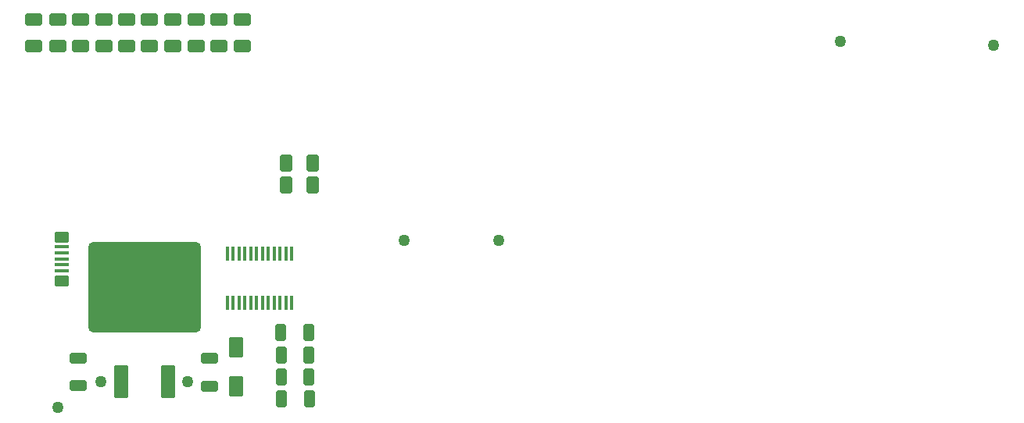
<source format=gtp>
G04*
G04 #@! TF.GenerationSoftware,Altium Limited,Altium Designer,21.4.1 (30)*
G04*
G04 Layer_Color=8421504*
%FSLAX25Y25*%
%MOIN*%
G70*
G04*
G04 #@! TF.SameCoordinates,4B32E59A-19CF-40ED-AED0-984A1E0E73E4*
G04*
G04*
G04 #@! TF.FilePolarity,Positive*
G04*
G01*
G75*
G04:AMPARAMS|DCode=21|XSize=86.61mil|YSize=59.06mil|CornerRadius=7.38mil|HoleSize=0mil|Usage=FLASHONLY|Rotation=270.000|XOffset=0mil|YOffset=0mil|HoleType=Round|Shape=RoundedRectangle|*
%AMROUNDEDRECTD21*
21,1,0.08661,0.04429,0,0,270.0*
21,1,0.07185,0.05906,0,0,270.0*
1,1,0.01476,-0.02215,-0.03593*
1,1,0.01476,-0.02215,0.03593*
1,1,0.01476,0.02215,0.03593*
1,1,0.01476,0.02215,-0.03593*
%
%ADD21ROUNDEDRECTD21*%
%ADD22C,0.05000*%
G04:AMPARAMS|DCode=23|XSize=59.06mil|YSize=13.78mil|CornerRadius=1.38mil|HoleSize=0mil|Usage=FLASHONLY|Rotation=0.000|XOffset=0mil|YOffset=0mil|HoleType=Round|Shape=RoundedRectangle|*
%AMROUNDEDRECTD23*
21,1,0.05906,0.01102,0,0,0.0*
21,1,0.05630,0.01378,0,0,0.0*
1,1,0.00276,0.02815,-0.00551*
1,1,0.00276,-0.02815,-0.00551*
1,1,0.00276,-0.02815,0.00551*
1,1,0.00276,0.02815,0.00551*
%
%ADD23ROUNDEDRECTD23*%
G04:AMPARAMS|DCode=24|XSize=59.06mil|YSize=47.24mil|CornerRadius=4.72mil|HoleSize=0mil|Usage=FLASHONLY|Rotation=0.000|XOffset=0mil|YOffset=0mil|HoleType=Round|Shape=RoundedRectangle|*
%AMROUNDEDRECTD24*
21,1,0.05906,0.03780,0,0,0.0*
21,1,0.04961,0.04724,0,0,0.0*
1,1,0.00945,0.02480,-0.01890*
1,1,0.00945,-0.02480,-0.01890*
1,1,0.00945,-0.02480,0.01890*
1,1,0.00945,0.02480,0.01890*
%
%ADD24ROUNDEDRECTD24*%
G04:AMPARAMS|DCode=25|XSize=70.87mil|YSize=45.28mil|CornerRadius=5.66mil|HoleSize=0mil|Usage=FLASHONLY|Rotation=90.000|XOffset=0mil|YOffset=0mil|HoleType=Round|Shape=RoundedRectangle|*
%AMROUNDEDRECTD25*
21,1,0.07087,0.03396,0,0,90.0*
21,1,0.05955,0.04528,0,0,90.0*
1,1,0.01132,0.01698,0.02977*
1,1,0.01132,0.01698,-0.02977*
1,1,0.01132,-0.01698,-0.02977*
1,1,0.01132,-0.01698,0.02977*
%
%ADD25ROUNDEDRECTD25*%
G04:AMPARAMS|DCode=26|XSize=70.87mil|YSize=51.18mil|CornerRadius=6.4mil|HoleSize=0mil|Usage=FLASHONLY|Rotation=90.000|XOffset=0mil|YOffset=0mil|HoleType=Round|Shape=RoundedRectangle|*
%AMROUNDEDRECTD26*
21,1,0.07087,0.03839,0,0,90.0*
21,1,0.05807,0.05118,0,0,90.0*
1,1,0.01280,0.01919,0.02904*
1,1,0.01280,0.01919,-0.02904*
1,1,0.01280,-0.01919,-0.02904*
1,1,0.01280,-0.01919,0.02904*
%
%ADD26ROUNDEDRECTD26*%
%ADD27R,0.01713X0.05906*%
G04:AMPARAMS|DCode=28|XSize=70.87mil|YSize=51.18mil|CornerRadius=6.4mil|HoleSize=0mil|Usage=FLASHONLY|Rotation=0.000|XOffset=0mil|YOffset=0mil|HoleType=Round|Shape=RoundedRectangle|*
%AMROUNDEDRECTD28*
21,1,0.07087,0.03839,0,0,0.0*
21,1,0.05807,0.05118,0,0,0.0*
1,1,0.01280,0.02904,-0.01919*
1,1,0.01280,-0.02904,-0.01919*
1,1,0.01280,-0.02904,0.01919*
1,1,0.01280,0.02904,0.01919*
%
%ADD28ROUNDEDRECTD28*%
G04:AMPARAMS|DCode=29|XSize=480.31mil|YSize=383.86mil|CornerRadius=19.19mil|HoleSize=0mil|Usage=FLASHONLY|Rotation=0.000|XOffset=0mil|YOffset=0mil|HoleType=Round|Shape=RoundedRectangle|*
%AMROUNDEDRECTD29*
21,1,0.48031,0.34547,0,0,0.0*
21,1,0.44193,0.38386,0,0,0.0*
1,1,0.03839,0.22097,-0.17274*
1,1,0.03839,-0.22097,-0.17274*
1,1,0.03839,-0.22097,0.17274*
1,1,0.03839,0.22097,0.17274*
%
%ADD29ROUNDEDRECTD29*%
G04:AMPARAMS|DCode=30|XSize=137.8mil|YSize=62.99mil|CornerRadius=7.87mil|HoleSize=0mil|Usage=FLASHONLY|Rotation=270.000|XOffset=0mil|YOffset=0mil|HoleType=Round|Shape=RoundedRectangle|*
%AMROUNDEDRECTD30*
21,1,0.13780,0.04724,0,0,270.0*
21,1,0.12205,0.06299,0,0,270.0*
1,1,0.01575,-0.02362,-0.06102*
1,1,0.01575,-0.02362,0.06102*
1,1,0.01575,0.02362,0.06102*
1,1,0.01575,0.02362,-0.06102*
%
%ADD30ROUNDEDRECTD30*%
G04:AMPARAMS|DCode=31|XSize=70.87mil|YSize=45.28mil|CornerRadius=5.66mil|HoleSize=0mil|Usage=FLASHONLY|Rotation=180.000|XOffset=0mil|YOffset=0mil|HoleType=Round|Shape=RoundedRectangle|*
%AMROUNDEDRECTD31*
21,1,0.07087,0.03396,0,0,180.0*
21,1,0.05955,0.04528,0,0,180.0*
1,1,0.01132,-0.02977,0.01698*
1,1,0.01132,0.02977,0.01698*
1,1,0.01132,0.02977,-0.01698*
1,1,0.01132,-0.02977,-0.01698*
%
%ADD31ROUNDEDRECTD31*%
D21*
X96500Y17365D02*
D03*
Y33900D02*
D03*
D22*
X419500Y163000D02*
D03*
X354100Y164600D02*
D03*
X208300Y79600D02*
D03*
X168100D02*
D03*
X75800Y19200D02*
D03*
X38700Y19400D02*
D03*
X20300Y8500D02*
D03*
D23*
X21900Y66641D02*
D03*
Y69200D02*
D03*
Y71759D02*
D03*
Y74318D02*
D03*
Y76877D02*
D03*
D24*
Y62507D02*
D03*
Y81011D02*
D03*
D25*
X127511Y11900D02*
D03*
X115700D02*
D03*
X127406Y21400D02*
D03*
X115594D02*
D03*
X115589Y30800D02*
D03*
X127400D02*
D03*
X115489Y40300D02*
D03*
X127300D02*
D03*
D26*
X129109Y103200D02*
D03*
X117691D02*
D03*
X129109Y112700D02*
D03*
X117691D02*
D03*
D27*
X92652Y74130D02*
D03*
X95148D02*
D03*
X97652D02*
D03*
X100148D02*
D03*
X102652D02*
D03*
X105148D02*
D03*
X107652D02*
D03*
X110148D02*
D03*
X112652D02*
D03*
X115148D02*
D03*
X117652D02*
D03*
X120148D02*
D03*
Y52870D02*
D03*
X117652D02*
D03*
X115148D02*
D03*
X112652D02*
D03*
X110148D02*
D03*
X107652D02*
D03*
X105148D02*
D03*
X102652D02*
D03*
X100148D02*
D03*
X97652D02*
D03*
X95148D02*
D03*
X92652D02*
D03*
D28*
X79200Y174009D02*
D03*
Y162591D02*
D03*
X98900Y174009D02*
D03*
Y162591D02*
D03*
X10100Y174117D02*
D03*
Y162700D02*
D03*
X20211Y174184D02*
D03*
Y162767D02*
D03*
X88900Y162700D02*
D03*
Y174117D02*
D03*
X69400Y162591D02*
D03*
Y174009D02*
D03*
X59500Y162591D02*
D03*
Y174009D02*
D03*
X49600Y162591D02*
D03*
Y174009D02*
D03*
X39896Y162646D02*
D03*
Y174063D02*
D03*
X30134Y162767D02*
D03*
Y174184D02*
D03*
D29*
X57300Y59853D02*
D03*
D30*
X67300Y19400D02*
D03*
X47300D02*
D03*
D31*
X29100Y29406D02*
D03*
Y17594D02*
D03*
X85100Y29305D02*
D03*
Y17494D02*
D03*
M02*

</source>
